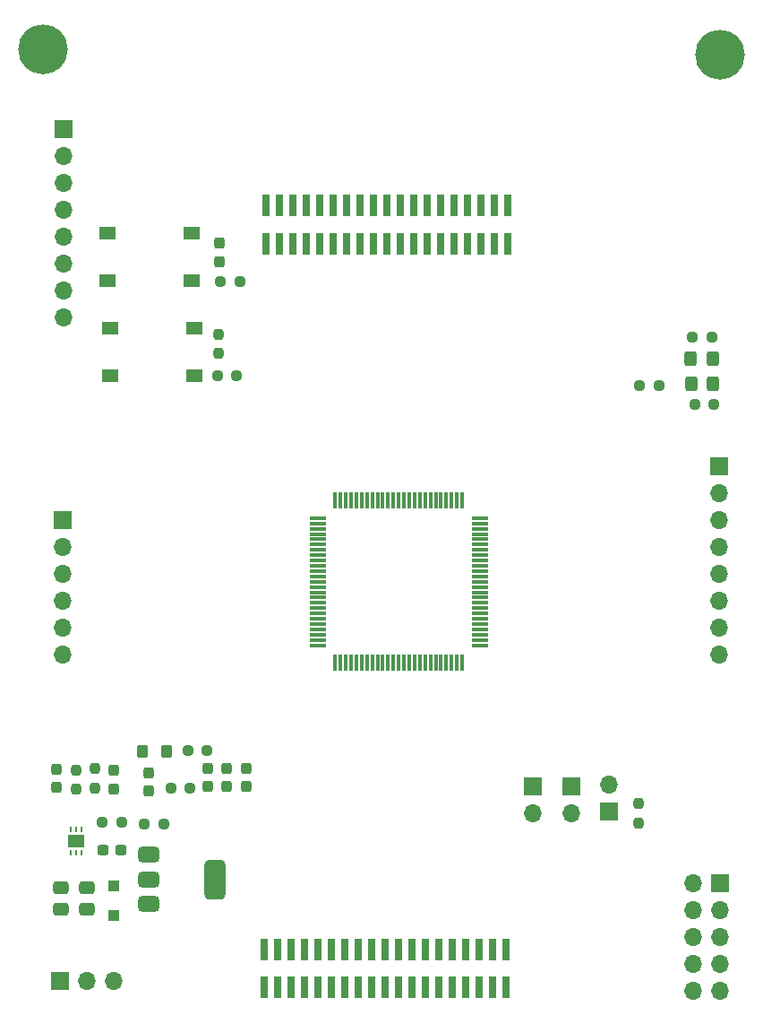
<source format=gbr>
%TF.GenerationSoftware,KiCad,Pcbnew,8.0.0*%
%TF.CreationDate,2024-11-20T18:05:04+03:00*%
%TF.ProjectId,box_side_MCU_green,626f785f-7369-4646-955f-4d43555f6772,rev?*%
%TF.SameCoordinates,Original*%
%TF.FileFunction,Soldermask,Top*%
%TF.FilePolarity,Negative*%
%FSLAX46Y46*%
G04 Gerber Fmt 4.6, Leading zero omitted, Abs format (unit mm)*
G04 Created by KiCad (PCBNEW 8.0.0) date 2024-11-20 18:05:04*
%MOMM*%
%LPD*%
G01*
G04 APERTURE LIST*
G04 Aperture macros list*
%AMRoundRect*
0 Rectangle with rounded corners*
0 $1 Rounding radius*
0 $2 $3 $4 $5 $6 $7 $8 $9 X,Y pos of 4 corners*
0 Add a 4 corners polygon primitive as box body*
4,1,4,$2,$3,$4,$5,$6,$7,$8,$9,$2,$3,0*
0 Add four circle primitives for the rounded corners*
1,1,$1+$1,$2,$3*
1,1,$1+$1,$4,$5*
1,1,$1+$1,$6,$7*
1,1,$1+$1,$8,$9*
0 Add four rect primitives between the rounded corners*
20,1,$1+$1,$2,$3,$4,$5,0*
20,1,$1+$1,$4,$5,$6,$7,0*
20,1,$1+$1,$6,$7,$8,$9,0*
20,1,$1+$1,$8,$9,$2,$3,0*%
G04 Aperture macros list end*
%ADD10RoundRect,0.250000X-0.475000X0.337500X-0.475000X-0.337500X0.475000X-0.337500X0.475000X0.337500X0*%
%ADD11R,1.700000X1.700000*%
%ADD12O,1.700000X1.700000*%
%ADD13RoundRect,0.237500X0.237500X-0.250000X0.237500X0.250000X-0.237500X0.250000X-0.237500X-0.250000X0*%
%ADD14RoundRect,0.075000X-0.725000X-0.075000X0.725000X-0.075000X0.725000X0.075000X-0.725000X0.075000X0*%
%ADD15RoundRect,0.075000X-0.075000X-0.725000X0.075000X-0.725000X0.075000X0.725000X-0.075000X0.725000X0*%
%ADD16RoundRect,0.237500X0.250000X0.237500X-0.250000X0.237500X-0.250000X-0.237500X0.250000X-0.237500X0*%
%ADD17RoundRect,0.237500X-0.237500X0.250000X-0.237500X-0.250000X0.237500X-0.250000X0.237500X0.250000X0*%
%ADD18RoundRect,0.250000X0.300000X-0.300000X0.300000X0.300000X-0.300000X0.300000X-0.300000X-0.300000X0*%
%ADD19RoundRect,0.050000X0.050000X-0.225000X0.050000X0.225000X-0.050000X0.225000X-0.050000X-0.225000X0*%
%ADD20R,1.600000X1.200000*%
%ADD21RoundRect,0.237500X-0.250000X-0.237500X0.250000X-0.237500X0.250000X0.237500X-0.250000X0.237500X0*%
%ADD22R,1.550000X1.300000*%
%ADD23RoundRect,0.237500X-0.237500X0.300000X-0.237500X-0.300000X0.237500X-0.300000X0.237500X0.300000X0*%
%ADD24RoundRect,0.237500X0.237500X-0.300000X0.237500X0.300000X-0.237500X0.300000X-0.237500X-0.300000X0*%
%ADD25RoundRect,0.250000X0.325000X0.450000X-0.325000X0.450000X-0.325000X-0.450000X0.325000X-0.450000X0*%
%ADD26R,0.750000X2.100000*%
%ADD27RoundRect,0.237500X0.300000X0.237500X-0.300000X0.237500X-0.300000X-0.237500X0.300000X-0.237500X0*%
%ADD28RoundRect,0.250000X-0.275000X-0.350000X0.275000X-0.350000X0.275000X0.350000X-0.275000X0.350000X0*%
%ADD29RoundRect,0.375000X-0.625000X-0.375000X0.625000X-0.375000X0.625000X0.375000X-0.625000X0.375000X0*%
%ADD30RoundRect,0.500000X-0.500000X-1.400000X0.500000X-1.400000X0.500000X1.400000X-0.500000X1.400000X0*%
%ADD31C,3.100000*%
%ADD32C,4.700000*%
G04 APERTURE END LIST*
D10*
%TO.C,C8*%
X130606590Y-118178410D03*
X130606590Y-120253410D03*
%TD*%
D11*
%TO.C,X3*%
X180000000Y-111000000D03*
D12*
X180000000Y-108460000D03*
%TD*%
D10*
%TO.C,C12*%
X128206589Y-118178410D03*
X128206589Y-120253410D03*
%TD*%
D11*
%TO.C,X6*%
X128400000Y-83475000D03*
D12*
X128400000Y-86015000D03*
X128400000Y-88554999D03*
X128400000Y-91095000D03*
X128400000Y-93635000D03*
X128400000Y-96175000D03*
%TD*%
D13*
%TO.C,R9*%
X129600000Y-108912500D03*
X129600000Y-107087500D03*
%TD*%
D14*
%TO.C,U1*%
X152450000Y-83300000D03*
X152450000Y-83800000D03*
X152450000Y-84300001D03*
X152450000Y-84800000D03*
X152450000Y-85299999D03*
X152450000Y-85800000D03*
X152450000Y-86300000D03*
X152450000Y-86800001D03*
X152450000Y-87300000D03*
X152450000Y-87800000D03*
X152450000Y-88300000D03*
X152450000Y-88800000D03*
X152449999Y-89300000D03*
X152450000Y-89800000D03*
X152450000Y-90300000D03*
X152450000Y-90800000D03*
X152450000Y-91300000D03*
X152450000Y-91799999D03*
X152450000Y-92300000D03*
X152450000Y-92800000D03*
X152450000Y-93300001D03*
X152450000Y-93800000D03*
X152450000Y-94299999D03*
X152450000Y-94800000D03*
X152450000Y-95300000D03*
D15*
X154125000Y-96975000D03*
X154625000Y-96975000D03*
X155125001Y-96975000D03*
X155625000Y-96975000D03*
X156124999Y-96975000D03*
X156625000Y-96975000D03*
X157125000Y-96975000D03*
X157625001Y-96975000D03*
X158125000Y-96975000D03*
X158625000Y-96975000D03*
X159125000Y-96975000D03*
X159625000Y-96975000D03*
X160125000Y-96975001D03*
X160625000Y-96975000D03*
X161125000Y-96975000D03*
X161625000Y-96975000D03*
X162125000Y-96975000D03*
X162624999Y-96975000D03*
X163125000Y-96975000D03*
X163625000Y-96975000D03*
X164125001Y-96975000D03*
X164625000Y-96975000D03*
X165124999Y-96975000D03*
X165625000Y-96975000D03*
X166125000Y-96975000D03*
D14*
X167800000Y-95300000D03*
X167800000Y-94800000D03*
X167800000Y-94299999D03*
X167800000Y-93800000D03*
X167800000Y-93300001D03*
X167800000Y-92800000D03*
X167800000Y-92300000D03*
X167800000Y-91799999D03*
X167800000Y-91300000D03*
X167800000Y-90800000D03*
X167800000Y-90300000D03*
X167800000Y-89800000D03*
X167800001Y-89300000D03*
X167800000Y-88800000D03*
X167800000Y-88300000D03*
X167800000Y-87800000D03*
X167800000Y-87300000D03*
X167800000Y-86800001D03*
X167800000Y-86300000D03*
X167800000Y-85800000D03*
X167800000Y-85299999D03*
X167800000Y-84800000D03*
X167800000Y-84300001D03*
X167800000Y-83800000D03*
X167800000Y-83300000D03*
D15*
X166125000Y-81625000D03*
X165625000Y-81625000D03*
X165124999Y-81625000D03*
X164625000Y-81625000D03*
X164125001Y-81625000D03*
X163625000Y-81625000D03*
X163125000Y-81625000D03*
X162624999Y-81625000D03*
X162125000Y-81625000D03*
X161625000Y-81625000D03*
X161125000Y-81625000D03*
X160625000Y-81625000D03*
X160125000Y-81624999D03*
X159625000Y-81625000D03*
X159125000Y-81625000D03*
X158625000Y-81625000D03*
X158125000Y-81625000D03*
X157625001Y-81625000D03*
X157125000Y-81625000D03*
X156625000Y-81625000D03*
X156124999Y-81625000D03*
X155625000Y-81625000D03*
X155125001Y-81625000D03*
X154625000Y-81625000D03*
X154125000Y-81625000D03*
%TD*%
D16*
%TO.C,R7*%
X133912500Y-111999999D03*
X132087500Y-111999999D03*
%TD*%
D17*
%TO.C,R4*%
X143105000Y-65947500D03*
X143105000Y-67772500D03*
%TD*%
D18*
%TO.C,D3*%
X133200000Y-120799999D03*
X133200000Y-118000001D03*
%TD*%
D19*
%TO.C,U3*%
X129099999Y-114875000D03*
X129599999Y-114875000D03*
X130099999Y-114875000D03*
X130099999Y-112725000D03*
X129599999Y-112725000D03*
X129099999Y-112725000D03*
D20*
X129599999Y-113800000D03*
%TD*%
D21*
%TO.C,SB17*%
X140175000Y-105200000D03*
X142000000Y-105200000D03*
%TD*%
D22*
%TO.C,SW2*%
X140780000Y-69850000D03*
X132820000Y-69850000D03*
X140780000Y-65350000D03*
X132820000Y-65350000D03*
%TD*%
D23*
%TO.C,C16*%
X136487499Y-107337499D03*
X136487499Y-109062501D03*
%TD*%
D24*
%TO.C,C3*%
X143200000Y-59062501D03*
X143200000Y-57337499D03*
%TD*%
%TO.C,C21*%
X133200000Y-108862501D03*
X133200000Y-107137499D03*
%TD*%
D16*
%TO.C,SB1*%
X184712500Y-70800000D03*
X182887500Y-70800000D03*
%TD*%
D23*
%TO.C,C19*%
X143887500Y-106937499D03*
X143887500Y-108662501D03*
%TD*%
D25*
%TO.C,D2*%
X189792749Y-68205073D03*
X187742751Y-68205073D03*
%TD*%
%TO.C,D1*%
X189824999Y-70600000D03*
X187775001Y-70600000D03*
%TD*%
D16*
%TO.C,R6*%
X137912500Y-112200000D03*
X136087500Y-112200000D03*
%TD*%
D26*
%TO.C,X10*%
X170260000Y-127600000D03*
X170260000Y-124000000D03*
X168990000Y-127600000D03*
X168990000Y-124000000D03*
X167720000Y-127600000D03*
X167720000Y-124000000D03*
X166450000Y-127600000D03*
X166450000Y-124000000D03*
X165180000Y-127600000D03*
X165180000Y-124000000D03*
X163910000Y-127600000D03*
X163910000Y-124000000D03*
X162640000Y-127600000D03*
X162640000Y-124000000D03*
X161370000Y-127600000D03*
X161370000Y-124000000D03*
X160100000Y-127600000D03*
X160100000Y-124000000D03*
X158830000Y-127600000D03*
X158830000Y-124000000D03*
X157560000Y-127600000D03*
X157560000Y-124000000D03*
X156290000Y-127600000D03*
X156290000Y-124000000D03*
X155020000Y-127600000D03*
X155020000Y-124000000D03*
X153750000Y-127600000D03*
X153750000Y-124000000D03*
X152480000Y-127600000D03*
X152480000Y-124000000D03*
X151210000Y-127600000D03*
X151210000Y-124000000D03*
X149940000Y-127600000D03*
X149940000Y-124000000D03*
X148670000Y-127600000D03*
X148670000Y-124000000D03*
X147400000Y-127600000D03*
X147400000Y-124000000D03*
%TD*%
D27*
%TO.C,C10*%
X133862501Y-114600000D03*
X132137499Y-114600000D03*
%TD*%
D11*
%TO.C,X8*%
X190489999Y-117749999D03*
D12*
X187949999Y-117749999D03*
X190489999Y-120289999D03*
X187949999Y-120289999D03*
X190489999Y-122829998D03*
X187949999Y-122829999D03*
X190489999Y-125369999D03*
X187949999Y-125369999D03*
X190489999Y-127909999D03*
X187949999Y-127909999D03*
%TD*%
D28*
%TO.C,L1*%
X135912499Y-105289999D03*
X138212499Y-105289999D03*
%TD*%
D29*
%TO.C,U2*%
X136450000Y-115100000D03*
X136450001Y-117400000D03*
X136450000Y-119700000D03*
D30*
X142749999Y-117400000D03*
%TD*%
D31*
%TO.C,REF\u002A\u002A*%
X126500000Y-39000000D03*
D32*
X126500000Y-39000000D03*
%TD*%
D17*
%TO.C,R5*%
X182825000Y-110237500D03*
X182825000Y-112062500D03*
%TD*%
D11*
%TO.C,X9*%
X190400000Y-78420000D03*
D12*
X190400000Y-80960000D03*
X190400000Y-83500000D03*
X190400000Y-86040000D03*
X190400000Y-88580000D03*
X190400000Y-91120000D03*
X190400000Y-93660000D03*
X190400000Y-96200000D03*
%TD*%
D13*
%TO.C,R8*%
X131400000Y-108800000D03*
X131400000Y-106975000D03*
%TD*%
D26*
%TO.C,X4*%
X170430000Y-57385000D03*
X170430000Y-53785000D03*
X169160000Y-57385000D03*
X169160000Y-53785000D03*
X167890000Y-57385000D03*
X167890000Y-53785000D03*
X166620000Y-57385000D03*
X166620000Y-53785000D03*
X165350000Y-57385000D03*
X165350000Y-53785000D03*
X164080000Y-57385000D03*
X164080000Y-53785000D03*
X162810000Y-57385000D03*
X162810000Y-53785000D03*
X161540000Y-57385000D03*
X161540000Y-53785000D03*
X160270000Y-57385000D03*
X160270000Y-53785000D03*
X159000000Y-57385000D03*
X159000000Y-53785000D03*
X157730000Y-57385000D03*
X157730000Y-53785000D03*
X156460000Y-57385000D03*
X156460000Y-53785000D03*
X155190000Y-57385000D03*
X155190000Y-53785000D03*
X153920000Y-57385000D03*
X153920000Y-53785000D03*
X152650000Y-57385000D03*
X152650000Y-53785000D03*
X151380000Y-57385000D03*
X151380000Y-53785000D03*
X150110000Y-57385000D03*
X150110000Y-53785000D03*
X148840000Y-57385000D03*
X148840000Y-53785000D03*
X147570000Y-57385000D03*
X147570000Y-53785000D03*
%TD*%
D11*
%TO.C,X1*%
X172850000Y-108610000D03*
D12*
X172850000Y-111150000D03*
%TD*%
D11*
%TO.C,X5*%
X128425000Y-46525000D03*
D12*
X128425000Y-49065000D03*
X128425000Y-51605000D03*
X128425000Y-54145000D03*
X128425000Y-56685000D03*
X128425000Y-59225000D03*
X128425000Y-61765000D03*
X128425000Y-64305000D03*
%TD*%
D21*
%TO.C,SB10*%
X142992500Y-69860000D03*
X144817500Y-69860000D03*
%TD*%
D16*
%TO.C,R1*%
X189937499Y-72600000D03*
X188112499Y-72600000D03*
%TD*%
D11*
%TO.C,X7*%
X128075000Y-126975000D03*
D12*
X130615000Y-126975000D03*
X133154999Y-126975000D03*
%TD*%
D24*
%TO.C,C14*%
X127799999Y-108750001D03*
X127799999Y-107024999D03*
%TD*%
D22*
%TO.C,SW1*%
X140580000Y-60850000D03*
X132620000Y-60850000D03*
X140580000Y-56350000D03*
X132620000Y-56350000D03*
%TD*%
D23*
%TO.C,C18*%
X142087500Y-106937499D03*
X142087500Y-108662501D03*
%TD*%
D21*
%TO.C,SB16*%
X138575000Y-108800000D03*
X140400000Y-108800000D03*
%TD*%
D31*
%TO.C,REF\u002A\u002A*%
X190500000Y-39500000D03*
D32*
X190500000Y-39500000D03*
%TD*%
D23*
%TO.C,C20*%
X145687499Y-106937498D03*
X145687499Y-108662500D03*
%TD*%
D16*
%TO.C,R2*%
X189737499Y-66200000D03*
X187912499Y-66200000D03*
%TD*%
%TO.C,R3*%
X145112500Y-61000000D03*
X143287500Y-61000000D03*
%TD*%
D11*
%TO.C,X2*%
X176425000Y-108610000D03*
D12*
X176425000Y-111150000D03*
%TD*%
M02*

</source>
